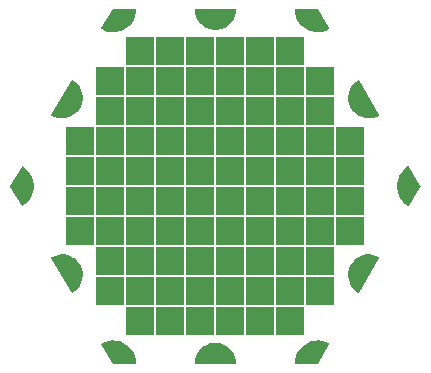
<source format=gbr>
G04 EAGLE Gerber X2 export*
%TF.Part,Single*%
%TF.FileFunction,Copper,L2,Bot,Mixed*%
%TF.FilePolarity,Positive*%
%TF.GenerationSoftware,Autodesk,EAGLE,8.7.1*%
%TF.CreationDate,2018-07-15T20:21:34Z*%
G75*
%MOMM*%
%FSLAX34Y34*%
%LPD*%
%AMOC8*
5,1,8,0,0,1.08239X$1,22.5*%
G01*
%ADD10R,2.336800X2.336800*%
%ADD11C,1.000000*%

G36*
X363231Y195709D02*
X363231Y195709D01*
X363260Y195706D01*
X363327Y195728D01*
X363397Y195742D01*
X363421Y195759D01*
X363449Y195768D01*
X363502Y195815D01*
X363561Y195855D01*
X363577Y195879D01*
X363599Y195899D01*
X363630Y195963D01*
X363668Y196022D01*
X363673Y196051D01*
X363685Y196077D01*
X363694Y196177D01*
X363701Y196219D01*
X363698Y196229D01*
X363700Y196243D01*
X363468Y199041D01*
X363458Y199075D01*
X363454Y199123D01*
X362765Y201844D01*
X362750Y201876D01*
X362738Y201922D01*
X361610Y204494D01*
X361590Y204522D01*
X361571Y204566D01*
X360035Y206917D01*
X360011Y206941D01*
X359985Y206982D01*
X358083Y209047D01*
X358055Y209068D01*
X358022Y209103D01*
X355807Y210828D01*
X355776Y210843D01*
X355738Y210873D01*
X353268Y212209D01*
X353235Y212219D01*
X353193Y212242D01*
X352007Y212650D01*
X350553Y213149D01*
X350537Y213154D01*
X350503Y213159D01*
X350457Y213174D01*
X347688Y213636D01*
X347653Y213635D01*
X347606Y213643D01*
X344798Y213643D01*
X344764Y213636D01*
X344716Y213636D01*
X341947Y213174D01*
X341914Y213162D01*
X341867Y213154D01*
X339211Y212242D01*
X339181Y212225D01*
X339136Y212209D01*
X336666Y210873D01*
X336640Y210851D01*
X336597Y210828D01*
X334382Y209103D01*
X334359Y209077D01*
X334321Y209047D01*
X332419Y206982D01*
X332401Y206952D01*
X332369Y206917D01*
X330833Y204566D01*
X330820Y204534D01*
X330794Y204494D01*
X329666Y201922D01*
X329659Y201889D01*
X329656Y201882D01*
X329650Y201873D01*
X329649Y201867D01*
X329639Y201844D01*
X328950Y199123D01*
X328948Y199088D01*
X328936Y199041D01*
X328704Y196243D01*
X328708Y196214D01*
X328703Y196185D01*
X328720Y196116D01*
X328728Y196046D01*
X328742Y196020D01*
X328749Y195992D01*
X328791Y195935D01*
X328826Y195873D01*
X328850Y195855D01*
X328867Y195832D01*
X328928Y195796D01*
X328985Y195753D01*
X329013Y195745D01*
X329038Y195730D01*
X329136Y195714D01*
X329177Y195703D01*
X329188Y195705D01*
X329202Y195703D01*
X363202Y195703D01*
X363231Y195709D01*
G37*
G36*
X347640Y478768D02*
X347640Y478768D01*
X347688Y478768D01*
X350457Y479230D01*
X350490Y479242D01*
X350537Y479250D01*
X353193Y480162D01*
X353223Y480179D01*
X353268Y480195D01*
X355738Y481531D01*
X355764Y481553D01*
X355807Y481576D01*
X358022Y483301D01*
X358045Y483327D01*
X358083Y483357D01*
X359985Y485422D01*
X360003Y485452D01*
X360035Y485487D01*
X361571Y487838D01*
X361584Y487870D01*
X361610Y487910D01*
X362738Y490482D01*
X362745Y490515D01*
X362765Y490560D01*
X363454Y493281D01*
X363456Y493316D01*
X363468Y493363D01*
X363700Y496161D01*
X363696Y496190D01*
X363701Y496219D01*
X363685Y496288D01*
X363676Y496358D01*
X363662Y496384D01*
X363655Y496412D01*
X363613Y496469D01*
X363578Y496531D01*
X363554Y496549D01*
X363537Y496572D01*
X363476Y496608D01*
X363419Y496651D01*
X363391Y496659D01*
X363366Y496674D01*
X363268Y496690D01*
X363227Y496701D01*
X363216Y496699D01*
X363202Y496701D01*
X329202Y496701D01*
X329173Y496695D01*
X329144Y496698D01*
X329077Y496676D01*
X329007Y496662D01*
X328983Y496645D01*
X328955Y496636D01*
X328902Y496589D01*
X328843Y496549D01*
X328828Y496525D01*
X328806Y496505D01*
X328774Y496441D01*
X328736Y496382D01*
X328731Y496353D01*
X328719Y496327D01*
X328710Y496227D01*
X328703Y496185D01*
X328706Y496175D01*
X328704Y496161D01*
X328936Y493363D01*
X328946Y493329D01*
X328950Y493281D01*
X329639Y490560D01*
X329654Y490528D01*
X329666Y490482D01*
X330794Y487910D01*
X330814Y487882D01*
X330833Y487838D01*
X332369Y485487D01*
X332393Y485463D01*
X332419Y485422D01*
X334321Y483357D01*
X334349Y483336D01*
X334382Y483301D01*
X336597Y481576D01*
X336628Y481561D01*
X336666Y481531D01*
X339136Y480195D01*
X339169Y480185D01*
X339211Y480162D01*
X341867Y479250D01*
X341901Y479246D01*
X341947Y479230D01*
X344716Y478768D01*
X344751Y478769D01*
X344798Y478761D01*
X347606Y478761D01*
X347640Y478768D01*
G37*
G36*
X224809Y256012D02*
X224809Y256012D01*
X224880Y256009D01*
X224907Y256019D01*
X224936Y256021D01*
X225026Y256063D01*
X225066Y256078D01*
X225074Y256086D01*
X225087Y256092D01*
X227390Y257691D01*
X227414Y257717D01*
X227454Y257744D01*
X229463Y259701D01*
X229482Y259730D01*
X229517Y259763D01*
X231176Y262024D01*
X231191Y262055D01*
X231220Y262094D01*
X232484Y264597D01*
X232493Y264631D01*
X232515Y264674D01*
X233351Y267351D01*
X233354Y267385D01*
X233369Y267431D01*
X233752Y270210D01*
X233750Y270244D01*
X233756Y270292D01*
X233677Y273095D01*
X233669Y273129D01*
X233668Y273177D01*
X233129Y275929D01*
X233115Y275961D01*
X233106Y276009D01*
X232121Y278634D01*
X232106Y278659D01*
X232101Y278679D01*
X232093Y278690D01*
X232086Y278709D01*
X230682Y281137D01*
X230659Y281163D01*
X230635Y281205D01*
X228851Y283368D01*
X228824Y283390D01*
X228793Y283427D01*
X226677Y285268D01*
X226647Y285285D01*
X226611Y285317D01*
X224220Y286784D01*
X224188Y286795D01*
X224147Y286821D01*
X221548Y287874D01*
X221514Y287881D01*
X221469Y287899D01*
X218732Y288510D01*
X218697Y288511D01*
X218650Y288522D01*
X215850Y288674D01*
X215816Y288669D01*
X215768Y288672D01*
X212980Y288362D01*
X212947Y288351D01*
X212899Y288346D01*
X210201Y287581D01*
X210171Y287565D01*
X210124Y287552D01*
X207589Y286353D01*
X207565Y286336D01*
X207538Y286326D01*
X207486Y286277D01*
X207429Y286234D01*
X207415Y286209D01*
X207394Y286189D01*
X207365Y286124D01*
X207329Y286063D01*
X207326Y286034D01*
X207314Y286007D01*
X207313Y285936D01*
X207304Y285865D01*
X207312Y285837D01*
X207312Y285808D01*
X207346Y285715D01*
X207358Y285674D01*
X207365Y285665D01*
X207370Y285652D01*
X224370Y256252D01*
X224389Y256230D01*
X224402Y256204D01*
X224455Y256156D01*
X224502Y256103D01*
X224528Y256091D01*
X224550Y256071D01*
X224617Y256048D01*
X224681Y256018D01*
X224710Y256016D01*
X224738Y256007D01*
X224809Y256012D01*
G37*
G36*
X476588Y403735D02*
X476588Y403735D01*
X476636Y403732D01*
X479424Y404042D01*
X479457Y404053D01*
X479505Y404058D01*
X482203Y404823D01*
X482233Y404839D01*
X482280Y404852D01*
X484815Y406051D01*
X484839Y406068D01*
X484866Y406078D01*
X484918Y406127D01*
X484975Y406170D01*
X484989Y406195D01*
X485011Y406215D01*
X485039Y406280D01*
X485075Y406342D01*
X485078Y406370D01*
X485090Y406397D01*
X485091Y406468D01*
X485100Y406539D01*
X485092Y406567D01*
X485092Y406596D01*
X485058Y406689D01*
X485046Y406730D01*
X485039Y406739D01*
X485034Y406752D01*
X468034Y436152D01*
X468015Y436174D01*
X468002Y436200D01*
X467949Y436248D01*
X467902Y436301D01*
X467876Y436313D01*
X467854Y436333D01*
X467787Y436356D01*
X467723Y436386D01*
X467694Y436388D01*
X467666Y436397D01*
X467595Y436392D01*
X467524Y436395D01*
X467497Y436385D01*
X467468Y436383D01*
X467378Y436341D01*
X467338Y436326D01*
X467330Y436318D01*
X467317Y436312D01*
X465014Y434713D01*
X464990Y434688D01*
X464950Y434660D01*
X462941Y432703D01*
X462922Y432674D01*
X462887Y432641D01*
X461228Y430380D01*
X461213Y430349D01*
X461184Y430310D01*
X459920Y427807D01*
X459911Y427773D01*
X459889Y427730D01*
X459053Y425053D01*
X459050Y425019D01*
X459035Y424973D01*
X458652Y422194D01*
X458654Y422160D01*
X458648Y422112D01*
X458727Y419309D01*
X458735Y419275D01*
X458736Y419227D01*
X459275Y416475D01*
X459289Y416443D01*
X459298Y416395D01*
X460283Y413770D01*
X460301Y413740D01*
X460318Y413695D01*
X461722Y411267D01*
X461745Y411241D01*
X461769Y411200D01*
X463553Y409036D01*
X463580Y409014D01*
X463611Y408977D01*
X465727Y407136D01*
X465757Y407119D01*
X465793Y407088D01*
X468184Y405620D01*
X468216Y405609D01*
X468257Y405583D01*
X470856Y404530D01*
X470890Y404523D01*
X470935Y404505D01*
X473672Y403894D01*
X473707Y403893D01*
X473754Y403882D01*
X476554Y403730D01*
X476588Y403735D01*
G37*
G36*
X467628Y256013D02*
X467628Y256013D01*
X467699Y256012D01*
X467726Y256023D01*
X467755Y256027D01*
X467817Y256061D01*
X467882Y256089D01*
X467903Y256110D01*
X467928Y256124D01*
X467991Y256200D01*
X468021Y256231D01*
X468025Y256241D01*
X468034Y256252D01*
X485034Y285652D01*
X485043Y285680D01*
X485060Y285704D01*
X485075Y285773D01*
X485097Y285841D01*
X485095Y285870D01*
X485101Y285898D01*
X485088Y285968D01*
X485082Y286039D01*
X485069Y286065D01*
X485063Y286093D01*
X485023Y286152D01*
X484991Y286215D01*
X484968Y286234D01*
X484952Y286258D01*
X484870Y286315D01*
X484837Y286342D01*
X484827Y286345D01*
X484815Y286353D01*
X482280Y287552D01*
X482246Y287560D01*
X482203Y287581D01*
X479505Y288346D01*
X479470Y288348D01*
X479424Y288362D01*
X476636Y288672D01*
X476602Y288669D01*
X476554Y288674D01*
X473754Y288522D01*
X473720Y288513D01*
X473672Y288510D01*
X470935Y287899D01*
X470903Y287885D01*
X470856Y287874D01*
X468257Y286821D01*
X468228Y286802D01*
X468184Y286784D01*
X465793Y285317D01*
X465768Y285293D01*
X465727Y285268D01*
X463611Y283427D01*
X463590Y283400D01*
X463553Y283368D01*
X461769Y281205D01*
X461753Y281174D01*
X461722Y281137D01*
X460318Y278709D01*
X460307Y278676D01*
X460300Y278663D01*
X460290Y278649D01*
X460290Y278646D01*
X460283Y278634D01*
X459298Y276009D01*
X459292Y275974D01*
X459275Y275929D01*
X458736Y273177D01*
X458736Y273143D01*
X458727Y273095D01*
X458648Y270292D01*
X458654Y270258D01*
X458652Y270210D01*
X459035Y267431D01*
X459047Y267399D01*
X459053Y267351D01*
X459889Y264674D01*
X459906Y264643D01*
X459920Y264597D01*
X461184Y262094D01*
X461206Y262067D01*
X461228Y262024D01*
X462887Y259763D01*
X462913Y259740D01*
X462941Y259701D01*
X464950Y257744D01*
X464979Y257725D01*
X465014Y257691D01*
X467317Y256092D01*
X467344Y256080D01*
X467367Y256062D01*
X467435Y256041D01*
X467500Y256013D01*
X467529Y256013D01*
X467557Y256005D01*
X467628Y256013D01*
G37*
G36*
X218650Y403882D02*
X218650Y403882D01*
X218684Y403891D01*
X218732Y403894D01*
X221469Y404505D01*
X221501Y404519D01*
X221548Y404530D01*
X224147Y405583D01*
X224176Y405602D01*
X224220Y405620D01*
X226611Y407088D01*
X226636Y407111D01*
X226677Y407136D01*
X228793Y408977D01*
X228814Y409004D01*
X228851Y409036D01*
X230635Y411200D01*
X230651Y411230D01*
X230682Y411267D01*
X232086Y413695D01*
X232097Y413728D01*
X232121Y413770D01*
X233106Y416395D01*
X233112Y416430D01*
X233129Y416475D01*
X233668Y419227D01*
X233668Y419262D01*
X233677Y419309D01*
X233756Y422112D01*
X233751Y422146D01*
X233752Y422194D01*
X233369Y424973D01*
X233357Y425005D01*
X233351Y425053D01*
X232515Y427730D01*
X232498Y427761D01*
X232484Y427807D01*
X231220Y430310D01*
X231198Y430337D01*
X231176Y430380D01*
X229517Y432641D01*
X229491Y432664D01*
X229463Y432703D01*
X227454Y434660D01*
X227425Y434679D01*
X227390Y434713D01*
X225087Y436312D01*
X225060Y436324D01*
X225037Y436342D01*
X224969Y436363D01*
X224904Y436391D01*
X224875Y436391D01*
X224847Y436399D01*
X224776Y436391D01*
X224705Y436392D01*
X224678Y436381D01*
X224649Y436377D01*
X224587Y436343D01*
X224522Y436315D01*
X224501Y436294D01*
X224476Y436280D01*
X224413Y436204D01*
X224383Y436173D01*
X224379Y436163D01*
X224370Y436152D01*
X207370Y406752D01*
X207361Y406724D01*
X207344Y406700D01*
X207329Y406631D01*
X207307Y406563D01*
X207309Y406534D01*
X207303Y406506D01*
X207316Y406436D01*
X207322Y406365D01*
X207335Y406339D01*
X207341Y406311D01*
X207381Y406252D01*
X207413Y406189D01*
X207436Y406170D01*
X207452Y406146D01*
X207534Y406089D01*
X207567Y406062D01*
X207577Y406059D01*
X207589Y406051D01*
X210124Y404852D01*
X210158Y404844D01*
X210201Y404823D01*
X212899Y404058D01*
X212934Y404056D01*
X212980Y404042D01*
X215768Y403732D01*
X215802Y403735D01*
X215850Y403730D01*
X218650Y403882D01*
G37*
G36*
X509929Y329213D02*
X509929Y329213D01*
X510000Y329213D01*
X510027Y329224D01*
X510056Y329227D01*
X510118Y329262D01*
X510183Y329290D01*
X510204Y329310D01*
X510229Y329325D01*
X510292Y329402D01*
X510322Y329432D01*
X510326Y329442D01*
X510335Y329453D01*
X519835Y345953D01*
X519845Y345985D01*
X519854Y345998D01*
X519858Y346022D01*
X519859Y346026D01*
X519890Y346096D01*
X519890Y346120D01*
X519898Y346142D01*
X519892Y346218D01*
X519893Y346295D01*
X519883Y346319D01*
X519882Y346340D01*
X519861Y346379D01*
X519835Y346451D01*
X510335Y362951D01*
X510316Y362973D01*
X510303Y362999D01*
X510250Y363047D01*
X510203Y363100D01*
X510177Y363113D01*
X510156Y363132D01*
X510088Y363155D01*
X510024Y363186D01*
X509995Y363188D01*
X509968Y363197D01*
X509896Y363192D01*
X509825Y363195D01*
X509798Y363185D01*
X509769Y363183D01*
X509679Y363141D01*
X509639Y363126D01*
X509631Y363119D01*
X509618Y363113D01*
X507095Y361371D01*
X507071Y361347D01*
X507033Y361320D01*
X504821Y359196D01*
X504802Y359168D01*
X504768Y359136D01*
X502926Y356685D01*
X502912Y356654D01*
X502883Y356617D01*
X501458Y353902D01*
X501449Y353871D01*
X501433Y353846D01*
X501432Y353838D01*
X501427Y353828D01*
X500456Y350920D01*
X500452Y350886D01*
X500437Y350842D01*
X499945Y347815D01*
X499946Y347781D01*
X499938Y347735D01*
X499938Y344669D01*
X499939Y344665D01*
X499939Y344663D01*
X499945Y344636D01*
X499945Y344589D01*
X500437Y341562D01*
X500449Y341531D01*
X500456Y341484D01*
X501427Y338576D01*
X501444Y338547D01*
X501458Y338502D01*
X502883Y335787D01*
X502905Y335761D01*
X502926Y335719D01*
X504768Y333268D01*
X504793Y333245D01*
X504821Y333208D01*
X507033Y331084D01*
X507061Y331066D01*
X507095Y331033D01*
X509618Y329291D01*
X509645Y329280D01*
X509667Y329261D01*
X509736Y329241D01*
X509801Y329213D01*
X509830Y329213D01*
X509858Y329205D01*
X509929Y329213D01*
G37*
G36*
X182508Y329212D02*
X182508Y329212D01*
X182579Y329209D01*
X182606Y329219D01*
X182635Y329221D01*
X182725Y329263D01*
X182765Y329278D01*
X182773Y329285D01*
X182786Y329291D01*
X185309Y331033D01*
X185333Y331057D01*
X185371Y331084D01*
X187583Y333208D01*
X187602Y333236D01*
X187636Y333268D01*
X189478Y335719D01*
X189492Y335750D01*
X189521Y335787D01*
X190946Y338502D01*
X190955Y338535D01*
X190977Y338576D01*
X191948Y341484D01*
X191952Y341518D01*
X191967Y341562D01*
X192459Y344589D01*
X192458Y344623D01*
X192466Y344669D01*
X192466Y347735D01*
X192459Y347768D01*
X192459Y347815D01*
X191967Y350842D01*
X191955Y350873D01*
X191948Y350920D01*
X190977Y353828D01*
X190964Y353851D01*
X190958Y353876D01*
X190951Y353885D01*
X190946Y353902D01*
X189521Y356617D01*
X189499Y356643D01*
X189478Y356685D01*
X187636Y359136D01*
X187611Y359159D01*
X187583Y359196D01*
X185371Y361320D01*
X185343Y361338D01*
X185309Y361371D01*
X182786Y363113D01*
X182759Y363124D01*
X182737Y363143D01*
X182668Y363163D01*
X182603Y363191D01*
X182574Y363191D01*
X182546Y363199D01*
X182475Y363191D01*
X182404Y363192D01*
X182377Y363180D01*
X182348Y363177D01*
X182286Y363142D01*
X182221Y363114D01*
X182200Y363094D01*
X182175Y363079D01*
X182112Y363002D01*
X182082Y362972D01*
X182078Y362962D01*
X182069Y362951D01*
X172569Y346451D01*
X172545Y346378D01*
X172514Y346308D01*
X172514Y346284D01*
X172506Y346262D01*
X172513Y346186D01*
X172512Y346109D01*
X172521Y346085D01*
X172522Y346064D01*
X172543Y346025D01*
X172562Y345973D01*
X172563Y345967D01*
X172565Y345965D01*
X172569Y345953D01*
X182069Y329453D01*
X182088Y329431D01*
X182101Y329405D01*
X182154Y329357D01*
X182201Y329304D01*
X182227Y329291D01*
X182249Y329272D01*
X182316Y329249D01*
X182380Y329218D01*
X182409Y329217D01*
X182436Y329207D01*
X182508Y329212D01*
G37*
G36*
X432878Y195718D02*
X432878Y195718D01*
X432956Y195727D01*
X432975Y195738D01*
X432997Y195742D01*
X433061Y195786D01*
X433129Y195825D01*
X433145Y195844D01*
X433161Y195855D01*
X433185Y195893D01*
X433235Y195953D01*
X442735Y212453D01*
X442744Y212480D01*
X442760Y212504D01*
X442775Y212574D01*
X442798Y212642D01*
X442795Y212670D01*
X442801Y212698D01*
X442788Y212769D01*
X442782Y212840D01*
X442769Y212865D01*
X442763Y212893D01*
X442723Y212953D01*
X442690Y213016D01*
X442668Y213034D01*
X442652Y213058D01*
X442569Y213116D01*
X442537Y213143D01*
X442526Y213146D01*
X442516Y213153D01*
X439750Y214462D01*
X439717Y214470D01*
X439674Y214490D01*
X436734Y215338D01*
X436700Y215341D01*
X436656Y215354D01*
X433618Y215719D01*
X433584Y215716D01*
X433537Y215722D01*
X430480Y215595D01*
X430447Y215587D01*
X430400Y215586D01*
X427403Y214970D01*
X427372Y214957D01*
X427326Y214948D01*
X424466Y213859D01*
X424438Y213841D01*
X424394Y213825D01*
X421746Y212291D01*
X421720Y212269D01*
X421680Y212246D01*
X419312Y210308D01*
X419290Y210281D01*
X419254Y210252D01*
X417227Y207959D01*
X417211Y207930D01*
X417179Y207895D01*
X415547Y205307D01*
X415535Y205275D01*
X415510Y205236D01*
X414314Y202419D01*
X414307Y202386D01*
X414304Y202379D01*
X414300Y202373D01*
X414299Y202367D01*
X414288Y202343D01*
X413560Y199371D01*
X413558Y199337D01*
X413547Y199292D01*
X413304Y196242D01*
X413308Y196213D01*
X413303Y196185D01*
X413320Y196116D01*
X413328Y196044D01*
X413343Y196020D01*
X413349Y195992D01*
X413392Y195934D01*
X413428Y195872D01*
X413450Y195855D01*
X413467Y195832D01*
X413529Y195795D01*
X413586Y195752D01*
X413614Y195745D01*
X413638Y195730D01*
X413738Y195714D01*
X413779Y195703D01*
X413789Y195705D01*
X413802Y195703D01*
X432802Y195703D01*
X432878Y195718D01*
G37*
G36*
X433571Y476687D02*
X433571Y476687D01*
X433618Y476685D01*
X436656Y477050D01*
X436688Y477061D01*
X436734Y477066D01*
X439674Y477914D01*
X439704Y477930D01*
X439750Y477942D01*
X442516Y479251D01*
X442538Y479268D01*
X442565Y479278D01*
X442617Y479327D01*
X442675Y479370D01*
X442689Y479395D01*
X442710Y479414D01*
X442739Y479480D01*
X442775Y479542D01*
X442778Y479570D01*
X442790Y479596D01*
X442791Y479668D01*
X442800Y479739D01*
X442792Y479766D01*
X442793Y479795D01*
X442757Y479890D01*
X442746Y479930D01*
X442739Y479939D01*
X442735Y479951D01*
X433235Y496451D01*
X433183Y496510D01*
X433137Y496572D01*
X433118Y496583D01*
X433103Y496600D01*
X433033Y496634D01*
X432966Y496674D01*
X432942Y496678D01*
X432924Y496686D01*
X432879Y496688D01*
X432802Y496701D01*
X413802Y496701D01*
X413774Y496696D01*
X413746Y496698D01*
X413678Y496676D01*
X413607Y496662D01*
X413584Y496646D01*
X413557Y496637D01*
X413502Y496590D01*
X413443Y496549D01*
X413428Y496525D01*
X413407Y496507D01*
X413375Y496442D01*
X413336Y496382D01*
X413331Y496354D01*
X413319Y496328D01*
X413310Y496227D01*
X413303Y496185D01*
X413305Y496175D01*
X413304Y496162D01*
X413547Y493112D01*
X413556Y493080D01*
X413560Y493033D01*
X414288Y490061D01*
X414303Y490030D01*
X414314Y489985D01*
X415510Y487168D01*
X415529Y487140D01*
X415547Y487097D01*
X417179Y484509D01*
X417203Y484485D01*
X417227Y484445D01*
X419254Y482152D01*
X419281Y482132D01*
X419312Y482096D01*
X421680Y480158D01*
X421710Y480142D01*
X421746Y480113D01*
X424394Y478580D01*
X424426Y478569D01*
X424466Y478545D01*
X427326Y477457D01*
X427359Y477451D01*
X427403Y477434D01*
X430400Y476818D01*
X430434Y476818D01*
X430480Y476809D01*
X433537Y476682D01*
X433571Y476687D01*
G37*
G36*
X278630Y195708D02*
X278630Y195708D01*
X278658Y195706D01*
X278726Y195728D01*
X278797Y195742D01*
X278820Y195758D01*
X278847Y195767D01*
X278902Y195814D01*
X278961Y195855D01*
X278976Y195879D01*
X278998Y195897D01*
X279029Y195962D01*
X279068Y196022D01*
X279073Y196050D01*
X279085Y196076D01*
X279094Y196177D01*
X279101Y196219D01*
X279099Y196229D01*
X279100Y196242D01*
X278857Y199292D01*
X278848Y199324D01*
X278844Y199371D01*
X278116Y202343D01*
X278101Y202374D01*
X278090Y202419D01*
X276894Y205236D01*
X276875Y205264D01*
X276857Y205307D01*
X275225Y207895D01*
X275201Y207919D01*
X275177Y207959D01*
X273150Y210252D01*
X273123Y210272D01*
X273092Y210308D01*
X270725Y212246D01*
X270694Y212262D01*
X270658Y212291D01*
X268010Y213825D01*
X267978Y213835D01*
X267938Y213859D01*
X265078Y214948D01*
X265045Y214953D01*
X265001Y214970D01*
X262004Y215586D01*
X261970Y215586D01*
X261924Y215595D01*
X258867Y215722D01*
X258833Y215717D01*
X258786Y215719D01*
X255748Y215354D01*
X255716Y215343D01*
X255670Y215338D01*
X252730Y214490D01*
X252700Y214474D01*
X252655Y214462D01*
X249889Y213153D01*
X249866Y213136D01*
X249839Y213126D01*
X249787Y213077D01*
X249729Y213034D01*
X249715Y213009D01*
X249694Y212990D01*
X249665Y212924D01*
X249629Y212862D01*
X249626Y212834D01*
X249614Y212808D01*
X249613Y212736D01*
X249604Y212665D01*
X249612Y212638D01*
X249612Y212609D01*
X249647Y212514D01*
X249658Y212474D01*
X249665Y212465D01*
X249669Y212453D01*
X259169Y195953D01*
X259221Y195895D01*
X259267Y195832D01*
X259286Y195821D01*
X259301Y195804D01*
X259371Y195770D01*
X259438Y195730D01*
X259463Y195726D01*
X259480Y195718D01*
X259525Y195716D01*
X259602Y195703D01*
X278602Y195703D01*
X278630Y195708D01*
G37*
G36*
X261924Y476809D02*
X261924Y476809D01*
X261957Y476817D01*
X262004Y476818D01*
X265001Y477434D01*
X265032Y477447D01*
X265078Y477457D01*
X267938Y478545D01*
X267967Y478563D01*
X268010Y478580D01*
X270658Y480113D01*
X270684Y480135D01*
X270725Y480158D01*
X273092Y482096D01*
X273114Y482123D01*
X273150Y482152D01*
X275177Y484445D01*
X275194Y484474D01*
X275225Y484509D01*
X276857Y487097D01*
X276869Y487129D01*
X276894Y487168D01*
X278090Y489985D01*
X278097Y490018D01*
X278116Y490061D01*
X278844Y493033D01*
X278846Y493067D01*
X278857Y493112D01*
X279100Y496162D01*
X279096Y496191D01*
X279101Y496219D01*
X279084Y496288D01*
X279076Y496360D01*
X279062Y496384D01*
X279055Y496412D01*
X279012Y496470D01*
X278977Y496532D01*
X278954Y496549D01*
X278937Y496572D01*
X278875Y496609D01*
X278818Y496652D01*
X278790Y496659D01*
X278766Y496674D01*
X278666Y496690D01*
X278625Y496701D01*
X278615Y496699D01*
X278602Y496701D01*
X259602Y496701D01*
X259526Y496686D01*
X259448Y496677D01*
X259429Y496666D01*
X259407Y496662D01*
X259343Y496618D01*
X259275Y496579D01*
X259259Y496560D01*
X259243Y496549D01*
X259219Y496511D01*
X259169Y496451D01*
X249669Y479951D01*
X249660Y479924D01*
X249644Y479900D01*
X249629Y479830D01*
X249606Y479762D01*
X249609Y479734D01*
X249603Y479706D01*
X249617Y479636D01*
X249622Y479564D01*
X249635Y479539D01*
X249641Y479511D01*
X249681Y479451D01*
X249714Y479388D01*
X249736Y479370D01*
X249752Y479346D01*
X249835Y479288D01*
X249867Y479261D01*
X249878Y479258D01*
X249889Y479251D01*
X252655Y477942D01*
X252688Y477934D01*
X252730Y477914D01*
X255670Y477066D01*
X255704Y477063D01*
X255748Y477050D01*
X258786Y476685D01*
X258820Y476688D01*
X258867Y476682D01*
X261924Y476809D01*
G37*
D10*
X333502Y333502D03*
X358902Y358902D03*
X358902Y333502D03*
X333502Y358902D03*
X308102Y358902D03*
X282702Y358902D03*
X257302Y358902D03*
X231902Y358902D03*
X384302Y358902D03*
X409702Y358902D03*
X435102Y358902D03*
X460502Y358902D03*
X460502Y333502D03*
X435102Y333502D03*
X409702Y333502D03*
X384302Y333502D03*
X231902Y333502D03*
X257302Y333502D03*
X282702Y333502D03*
X308102Y333502D03*
X231902Y384302D03*
X257302Y384302D03*
X282702Y384302D03*
X308102Y384302D03*
X333502Y384302D03*
X358902Y384302D03*
X384302Y384302D03*
X409702Y384302D03*
X435102Y384302D03*
X460502Y384302D03*
X231902Y308102D03*
X257302Y308102D03*
X282702Y308102D03*
X308102Y308102D03*
X333502Y308102D03*
X358902Y308102D03*
X384302Y308102D03*
X409702Y308102D03*
X435102Y308102D03*
X460502Y308102D03*
X257302Y282702D03*
X282702Y282702D03*
X308102Y282702D03*
X333502Y282702D03*
X358902Y282702D03*
X384302Y282702D03*
X409702Y282702D03*
X435102Y282702D03*
X257302Y257302D03*
X282702Y257302D03*
X308102Y257302D03*
X333502Y257302D03*
X358902Y257302D03*
X384302Y257302D03*
X409702Y257302D03*
X435102Y257302D03*
X257302Y435102D03*
X282702Y435102D03*
X308102Y435102D03*
X333502Y435102D03*
X358902Y435102D03*
X384302Y435102D03*
X409702Y435102D03*
X435102Y435102D03*
X257302Y409702D03*
X282702Y409702D03*
X308102Y409702D03*
X333502Y409702D03*
X358902Y409702D03*
X384302Y409702D03*
X409702Y409702D03*
X435102Y409702D03*
X282702Y460502D03*
X308102Y460502D03*
X333502Y460502D03*
X358902Y460502D03*
X384302Y460502D03*
X409702Y460502D03*
X282702Y231902D03*
X308102Y231902D03*
X333502Y231902D03*
X358902Y231902D03*
X384302Y231902D03*
X409702Y231902D03*
D11*
X428802Y489302D03*
X511402Y346202D03*
X428802Y203102D03*
X263602Y203102D03*
X181002Y346202D03*
X263602Y489302D03*
X470102Y417702D03*
X470102Y274702D03*
X346202Y203102D03*
X222302Y274702D03*
X222302Y417702D03*
X346202Y489302D03*
M02*

</source>
